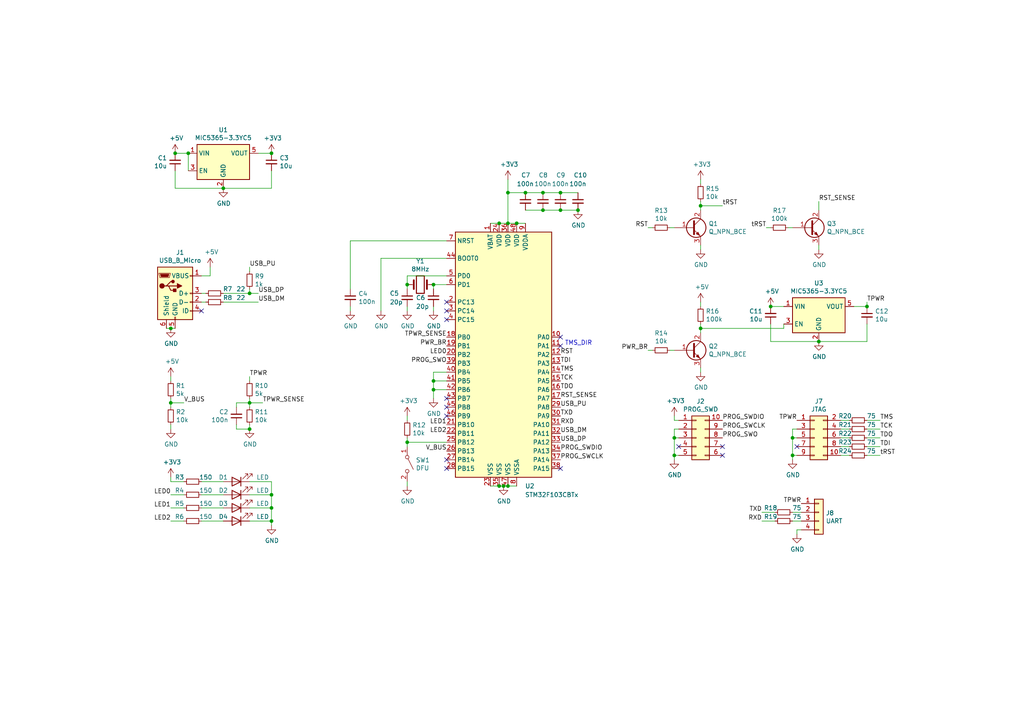
<source format=kicad_sch>
(kicad_sch (version 20211123) (generator eeschema)
  (paper "A4")
  (lib_symbols
    (symbol "Connector:USB_B_Micro" (pin_names (offset 1.016))
      (property "Reference" "J" (at -5.08 11.43 0))
      (property "Value" "USB_B_Micro" (at -5.08 8.89 0))
      (symbol "USB_B_Micro_0_1"
        (rectangle (start -5.08 -7.62) (end 5.08 7.62) (stroke (width 0.254)) (fill (type background)))
        (circle (center -3.81 2.159) (radius 0.635) (stroke (width 0.254)) (fill (type outline)))
        (circle (center -0.635 3.429) (radius 0.381) (stroke (width 0.254)) (fill (type outline)))
        (rectangle (start -0.127 -7.62) (end 0.127 -6.858))
        (polyline (pts (xy -1.905 2.159) (xy 0.635 2.159)) (stroke (width 0.254)))
        (polyline (pts (xy -3.175 2.159) (xy -2.54 2.159) (xy -1.27 3.429) (xy -0.635 3.429)) (stroke (width 0.254)))
        (polyline (pts (xy -2.54 2.159) (xy -1.905 2.159) (xy -1.27 0.889) (xy 0 0.889)) (stroke (width 0.254)))
        (polyline (pts (xy 0.635 2.794) (xy 0.635 1.524) (xy 1.905 2.159) (xy 0.635 2.794)) (stroke (width 0.254)) (fill (type outline)))
        (polyline (pts (xy -4.318 5.588) (xy -1.778 5.588) (xy -2.032 4.826) (xy -4.064 4.826) (xy -4.318 5.588)) (fill (type outline)))
        (polyline (pts (xy -4.699 5.842) (xy -4.699 5.588) (xy -4.445 4.826) (xy -4.445 4.572) (xy -1.651 4.572) (xy -1.651 4.826) (xy -1.397 5.588) (xy -1.397 5.842) (xy -4.699 5.842)))
        (rectangle (start 0.254 1.27) (end -0.508 0.508) (stroke (width 0.254)) (fill (type outline)))
        (rectangle (start 5.08 -5.207) (end 4.318 -4.953))
        (rectangle (start 5.08 -2.667) (end 4.318 -2.413))
        (rectangle (start 5.08 -0.127) (end 4.318 0.127))
        (rectangle (start 5.08 4.953) (end 4.318 5.207))
      )
      (symbol "USB_B_Micro_1_1"
        (pin power_out line (at 7.62 5.08 180) (length 2.54) (name "VBUS") (number "1"))
        (pin bidirectional line (at 7.62 -2.54 180) (length 2.54) (name "D-") (number "2"))
        (pin bidirectional line (at 7.62 0 180) (length 2.54) (name "D+") (number "3"))
        (pin passive line (at 7.62 -5.08 180) (length 2.54) (name "ID") (number "4"))
        (pin power_out line (at 0 -10.16 90) (length 2.54) (name "GND") (number "5"))
        (pin passive line (at -2.54 -10.16 90) (length 2.54) (name "Shield") (number "6"))
      )
    )
    (symbol "Connector_Generic:Conn_01x04" (pin_names (offset 1.016) hide)
      (property "Reference" "J" (at 0 5.08 0))
      (property "Value" "Conn_01x04" (at 0 -7.62 0))
      (symbol "Conn_01x04_1_1"
        (rectangle (start -1.27 -4.953) (end 0 -5.207) (stroke (width 0.1524)))
        (rectangle (start -1.27 -2.413) (end 0 -2.667) (stroke (width 0.1524)))
        (rectangle (start -1.27 0.127) (end 0 -0.127) (stroke (width 0.1524)))
        (rectangle (start -1.27 2.667) (end 0 2.413) (stroke (width 0.1524)))
        (rectangle (start -1.27 3.81) (end 1.27 -6.35) (stroke (width 0.254)) (fill (type background)))
        (pin passive line (at -5.08 2.54 0) (length 3.81) (name "Pin_1") (number "1"))
        (pin passive line (at -5.08 0 0) (length 3.81) (name "Pin_2") (number "2"))
        (pin passive line (at -5.08 -2.54 0) (length 3.81) (name "Pin_3") (number "3"))
        (pin passive line (at -5.08 -5.08 0) (length 3.81) (name "Pin_4") (number "4"))
      )
    )
    (symbol "Connector_Generic:Conn_02x05_Counter_Clockwise" (pin_names (offset 1.016) hide)
      (property "Reference" "J" (at 1.27 7.62 0))
      (property "Value" "Conn_02x05_Counter_Clockwise" (at 1.27 -7.62 0))
      (symbol "Conn_02x05_Counter_Clockwise_1_1"
        (rectangle (start -1.27 -4.953) (end 0 -5.207) (stroke (width 0.1524)))
        (rectangle (start -1.27 -2.413) (end 0 -2.667) (stroke (width 0.1524)))
        (rectangle (start -1.27 0.127) (end 0 -0.127) (stroke (width 0.1524)))
        (rectangle (start -1.27 2.667) (end 0 2.413) (stroke (width 0.1524)))
        (rectangle (start -1.27 5.207) (end 0 4.953) (stroke (width 0.1524)))
        (rectangle (start -1.27 6.35) (end 3.81 -6.35) (stroke (width 0.254)) (fill (type background)))
        (rectangle (start 3.81 -4.953) (end 2.54 -5.207) (stroke (width 0.1524)))
        (rectangle (start 3.81 -2.413) (end 2.54 -2.667) (stroke (width 0.1524)))
        (rectangle (start 3.81 0.127) (end 2.54 -0.127) (stroke (width 0.1524)))
        (rectangle (start 3.81 2.667) (end 2.54 2.413) (stroke (width 0.1524)))
        (rectangle (start 3.81 5.207) (end 2.54 4.953) (stroke (width 0.1524)))
        (pin passive line (at -5.08 5.08 0) (length 3.81) (name "Pin_1") (number "1"))
        (pin passive line (at 7.62 5.08 180) (length 3.81) (name "Pin_10") (number "10"))
        (pin passive line (at -5.08 2.54 0) (length 3.81) (name "Pin_2") (number "2"))
        (pin passive line (at -5.08 0 0) (length 3.81) (name "Pin_3") (number "3"))
        (pin passive line (at -5.08 -2.54 0) (length 3.81) (name "Pin_4") (number "4"))
        (pin passive line (at -5.08 -5.08 0) (length 3.81) (name "Pin_5") (number "5"))
        (pin passive line (at 7.62 -5.08 180) (length 3.81) (name "Pin_6") (number "6"))
        (pin passive line (at 7.62 -2.54 180) (length 3.81) (name "Pin_7") (number "7"))
        (pin passive line (at 7.62 0 180) (length 3.81) (name "Pin_8") (number "8"))
        (pin passive line (at 7.62 2.54 180) (length 3.81) (name "Pin_9") (number "9"))
      )
    )
    (symbol "Connector_Generic:Conn_02x05_Odd_Even" (pin_names (offset 1.016) hide)
      (property "Reference" "J" (at 1.27 7.62 0))
      (property "Value" "Conn_02x05_Odd_Even" (at 1.27 -7.62 0))
      (symbol "Conn_02x05_Odd_Even_1_1"
        (rectangle (start -1.27 -4.953) (end 0 -5.207) (stroke (width 0.1524)))
        (rectangle (start -1.27 -2.413) (end 0 -2.667) (stroke (width 0.1524)))
        (rectangle (start -1.27 0.127) (end 0 -0.127) (stroke (width 0.1524)))
        (rectangle (start -1.27 2.667) (end 0 2.413) (stroke (width 0.1524)))
        (rectangle (start -1.27 5.207) (end 0 4.953) (stroke (width 0.1524)))
        (rectangle (start -1.27 6.35) (end 3.81 -6.35) (stroke (width 0.254)) (fill (type background)))
        (rectangle (start 3.81 -4.953) (end 2.54 -5.207) (stroke (width 0.1524)))
        (rectangle (start 3.81 -2.413) (end 2.54 -2.667) (stroke (width 0.1524)))
        (rectangle (start 3.81 0.127) (end 2.54 -0.127) (stroke (width 0.1524)))
        (rectangle (start 3.81 2.667) (end 2.54 2.413) (stroke (width 0.1524)))
        (rectangle (start 3.81 5.207) (end 2.54 4.953) (stroke (width 0.1524)))
        (pin passive line (at -5.08 5.08 0) (length 3.81) (name "Pin_1") (number "1"))
        (pin passive line (at 7.62 -5.08 180) (length 3.81) (name "Pin_10") (number "10"))
        (pin passive line (at 7.62 5.08 180) (length 3.81) (name "Pin_2") (number "2"))
        (pin passive line (at -5.08 2.54 0) (length 3.81) (name "Pin_3") (number "3"))
        (pin passive line (at 7.62 2.54 180) (length 3.81) (name "Pin_4") (number "4"))
        (pin passive line (at -5.08 0 0) (length 3.81) (name "Pin_5") (number "5"))
        (pin passive line (at 7.62 0 180) (length 3.81) (name "Pin_6") (number "6"))
        (pin passive line (at -5.08 -2.54 0) (length 3.81) (name "Pin_7") (number "7"))
        (pin passive line (at 7.62 -2.54 180) (length 3.81) (name "Pin_8") (number "8"))
        (pin passive line (at -5.08 -5.08 0) (length 3.81) (name "Pin_9") (number "9"))
      )
    )
    (symbol "Device:C_Small" (pin_numbers hide) (pin_names (offset 0.254) hide)
      (property "Reference" "C" (at 0.254 1.778 0))
      (property "Value" "C_Small" (at 0.254 -2.032 0))
      (symbol "C_Small_0_1"
        (polyline (pts (xy -1.524 -0.508) (xy 1.524 -0.508)) (stroke (width 0.3302)))
        (polyline (pts (xy -1.524 0.508) (xy 1.524 0.508)) (stroke (width 0.3048)))
      )
      (symbol "C_Small_1_1"
        (pin passive line (at 0 2.54 270) (length 2.032) (name "~") (number "1"))
        (pin passive line (at 0 -2.54 90) (length 2.032) (name "~") (number "2"))
      )
    )
    (symbol "Device:Crystal" (pin_numbers hide) (pin_names (offset 1.016) hide)
      (property "Reference" "Y" (at 0 3.81 0))
      (property "Value" "Crystal" (at 0 -3.81 0))
      (symbol "Crystal_0_1"
        (rectangle (start -1.143 2.54) (end 1.143 -2.54) (stroke (width 0.3048)))
        (polyline (pts (xy -2.54 0) (xy -1.905 0)))
        (polyline (pts (xy -1.905 -1.27) (xy -1.905 1.27)) (stroke (width 0.508)))
        (polyline (pts (xy 1.905 -1.27) (xy 1.905 1.27)) (stroke (width 0.508)))
        (polyline (pts (xy 2.54 0) (xy 1.905 0)))
      )
      (symbol "Crystal_1_1"
        (pin passive line (at -3.81 0 0) (length 1.27) (name "1") (number "1"))
        (pin passive line (at 3.81 0 180) (length 1.27) (name "2") (number "2"))
      )
    )
    (symbol "Device:LED" (pin_numbers hide) (pin_names (offset 1.016) hide)
      (property "Reference" "D" (at 0 2.54 0))
      (property "Value" "LED" (at 0 -2.54 0))
      (symbol "LED_0_1"
        (polyline (pts (xy -1.27 -1.27) (xy -1.27 1.27)) (stroke (width 0.254)))
        (polyline (pts (xy -1.27 0) (xy 1.27 0)))
        (polyline (pts (xy 1.27 -1.27) (xy 1.27 1.27) (xy -1.27 0) (xy 1.27 -1.27)) (stroke (width 0.254)))
        (polyline (pts (xy -3.048 -0.762) (xy -4.572 -2.286) (xy -3.81 -2.286) (xy -4.572 -2.286) (xy -4.572 -1.524)))
        (polyline (pts (xy -1.778 -0.762) (xy -3.302 -2.286) (xy -2.54 -2.286) (xy -3.302 -2.286) (xy -3.302 -1.524)))
      )
      (symbol "LED_1_1"
        (pin passive line (at -3.81 0 0) (length 2.54) (name "K") (number "1"))
        (pin passive line (at 3.81 0 180) (length 2.54) (name "A") (number "2"))
      )
    )
    (symbol "Device:Q_NPN_BCE" (pin_names (offset 0) hide)
      (property "Reference" "Q" (at 5.08 1.27 0))
      (property "Value" "Q_NPN_BCE" (at 5.08 -1.27 0))
      (symbol "Q_NPN_BCE_0_1"
        (polyline (pts (xy 0.635 0.635) (xy 2.54 2.54)))
        (polyline (pts (xy 0.635 -0.635) (xy 2.54 -2.54) (xy 2.54 -2.54)))
        (polyline (pts (xy 0.635 1.905) (xy 0.635 -1.905) (xy 0.635 -1.905)) (stroke (width 0.508)))
        (polyline (pts (xy 1.27 -1.778) (xy 1.778 -1.27) (xy 2.286 -2.286) (xy 1.27 -1.778) (xy 1.27 -1.778)) (fill (type outline)))
        (circle (center 1.27 0) (radius 2.8194) (stroke (width 0.254)))
      )
      (symbol "Q_NPN_BCE_1_1"
        (pin input line (at -5.08 0 0) (length 5.715) (name "B") (number "1"))
        (pin passive line (at 2.54 5.08 270) (length 2.54) (name "C") (number "2"))
        (pin passive line (at 2.54 -5.08 90) (length 2.54) (name "E") (number "3"))
      )
    )
    (symbol "Device:R_Small" (pin_numbers hide) (pin_names (offset 0.254) hide)
      (property "Reference" "R" (at 0.762 0.508 0))
      (property "Value" "R_Small" (at 0.762 -1.016 0))
      (symbol "R_Small_0_1"
        (rectangle (start -0.762 1.778) (end 0.762 -1.778) (stroke (width 0.2032)))
      )
      (symbol "R_Small_1_1"
        (pin passive line (at 0 2.54 270) (length 0.762) (name "~") (number "1"))
        (pin passive line (at 0 -2.54 90) (length 0.762) (name "~") (number "2"))
      )
    )
    (symbol "MCU_ST_STM32F1:STM32F103CBTx"
      (property "Reference" "U" (at -15.24 36.83 0))
      (property "Value" "STM32F103CBTx" (at 7.62 36.83 0))
      (symbol "STM32F103CBTx_0_1"
        (rectangle (start -15.24 -35.56) (end 12.7 35.56) (stroke (width 0.254)) (fill (type background)))
      )
      (symbol "STM32F103CBTx_1_1"
        (pin power_in line (at -5.08 38.1 270) (length 2.54) (name "VBAT") (number "1"))
        (pin bidirectional line (at 15.24 5.08 180) (length 2.54) (name "PA0") (number "10"))
        (pin bidirectional line (at 15.24 2.54 180) (length 2.54) (name "PA1") (number "11"))
        (pin bidirectional line (at 15.24 0 180) (length 2.54) (name "PA2") (number "12"))
        (pin bidirectional line (at 15.24 -2.54 180) (length 2.54) (name "PA3") (number "13"))
        (pin bidirectional line (at 15.24 -5.08 180) (length 2.54) (name "PA4") (number "14"))
        (pin bidirectional line (at 15.24 -7.62 180) (length 2.54) (name "PA5") (number "15"))
        (pin bidirectional line (at 15.24 -10.16 180) (length 2.54) (name "PA6") (number "16"))
        (pin bidirectional line (at 15.24 -12.7 180) (length 2.54) (name "PA7") (number "17"))
        (pin bidirectional line (at -17.78 5.08 0) (length 2.54) (name "PB0") (number "18"))
        (pin bidirectional line (at -17.78 2.54 0) (length 2.54) (name "PB1") (number "19"))
        (pin bidirectional line (at -17.78 15.24 0) (length 2.54) (name "PC13") (number "2"))
        (pin bidirectional line (at -17.78 0 0) (length 2.54) (name "PB2") (number "20"))
        (pin bidirectional line (at -17.78 -20.32 0) (length 2.54) (name "PB10") (number "21"))
        (pin bidirectional line (at -17.78 -22.86 0) (length 2.54) (name "PB11") (number "22"))
        (pin power_in line (at -5.08 -38.1 90) (length 2.54) (name "VSS") (number "23"))
        (pin power_in line (at -2.54 38.1 270) (length 2.54) (name "VDD") (number "24"))
        (pin bidirectional line (at -17.78 -25.4 0) (length 2.54) (name "PB12") (number "25"))
        (pin bidirectional line (at -17.78 -27.94 0) (length 2.54) (name "PB13") (number "26"))
        (pin bidirectional line (at -17.78 -30.48 0) (length 2.54) (name "PB14") (number "27"))
        (pin bidirectional line (at -17.78 -33.02 0) (length 2.54) (name "PB15") (number "28"))
        (pin bidirectional line (at 15.24 -15.24 180) (length 2.54) (name "PA8") (number "29"))
        (pin bidirectional line (at -17.78 12.7 0) (length 2.54) (name "PC14") (number "3"))
        (pin bidirectional line (at 15.24 -17.78 180) (length 2.54) (name "PA9") (number "30"))
        (pin bidirectional line (at 15.24 -20.32 180) (length 2.54) (name "PA10") (number "31"))
        (pin bidirectional line (at 15.24 -22.86 180) (length 2.54) (name "PA11") (number "32"))
        (pin bidirectional line (at 15.24 -25.4 180) (length 2.54) (name "PA12") (number "33"))
        (pin bidirectional line (at 15.24 -27.94 180) (length 2.54) (name "PA13") (number "34"))
        (pin power_in line (at -2.54 -38.1 90) (length 2.54) (name "VSS") (number "35"))
        (pin power_in line (at 0 38.1 270) (length 2.54) (name "VDD") (number "36"))
        (pin bidirectional line (at 15.24 -30.48 180) (length 2.54) (name "PA14") (number "37"))
        (pin bidirectional line (at 15.24 -33.02 180) (length 2.54) (name "PA15") (number "38"))
        (pin bidirectional line (at -17.78 -2.54 0) (length 2.54) (name "PB3") (number "39"))
        (pin bidirectional line (at -17.78 10.16 0) (length 2.54) (name "PC15") (number "4"))
        (pin bidirectional line (at -17.78 -5.08 0) (length 2.54) (name "PB4") (number "40"))
        (pin bidirectional line (at -17.78 -7.62 0) (length 2.54) (name "PB5") (number "41"))
        (pin bidirectional line (at -17.78 -10.16 0) (length 2.54) (name "PB6") (number "42"))
        (pin bidirectional line (at -17.78 -12.7 0) (length 2.54) (name "PB7") (number "43"))
        (pin input line (at -17.78 27.94 0) (length 2.54) (name "BOOT0") (number "44"))
        (pin bidirectional line (at -17.78 -15.24 0) (length 2.54) (name "PB8") (number "45"))
        (pin bidirectional line (at -17.78 -17.78 0) (length 2.54) (name "PB9") (number "46"))
        (pin power_in line (at 0 -38.1 90) (length 2.54) (name "VSS") (number "47"))
        (pin power_in line (at 2.54 38.1 270) (length 2.54) (name "VDD") (number "48"))
        (pin input line (at -17.78 22.86 0) (length 2.54) (name "PD0") (number "5"))
        (pin input line (at -17.78 20.32 0) (length 2.54) (name "PD1") (number "6"))
        (pin input line (at -17.78 33.02 0) (length 2.54) (name "NRST") (number "7"))
        (pin power_in line (at 2.54 -38.1 90) (length 2.54) (name "VSSA") (number "8"))
        (pin power_in line (at 5.08 38.1 270) (length 2.54) (name "VDDA") (number "9"))
      )
    )
    (symbol "Regulator_Linear:MIC5365-3.3YC5"
      (property "Reference" "U" (at -6.35 6.35 0))
      (property "Value" "MIC5365-3.3YC5" (at 0 6.35 0))
      (symbol "MIC5365-3.3YC5_0_1"
        (rectangle (start -7.62 -5.08) (end 7.62 5.08) (stroke (width 0.254)) (fill (type background)))
      )
      (symbol "MIC5365-3.3YC5_1_1"
        (pin power_in line (at -10.16 2.54 0) (length 2.54) (name "VIN") (number "1"))
        (pin power_in line (at 0 -7.62 90) (length 2.54) (name "GND") (number "2"))
        (pin input line (at -10.16 -2.54 0) (length 2.54) (name "EN") (number "3"))
        (pin no_connect line (at 7.62 -2.54 180) (length 2.54) hide (name "NC") (number "4"))
        (pin power_out line (at 10.16 2.54 180) (length 2.54) (name "VOUT") (number "5"))
      )
    )
    (symbol "Switch:SW_SPST" (pin_names (offset 0) hide)
      (property "Reference" "SW" (at 0 3.175 0))
      (property "Value" "SW_SPST" (at 0 -2.54 0))
      (symbol "SW_SPST_0_0"
        (circle (center -2.032 0) (radius 0.508))
        (polyline (pts (xy -1.524 0.254) (xy 1.524 1.778)))
        (circle (center 2.032 0) (radius 0.508))
      )
      (symbol "SW_SPST_1_1"
        (pin passive line (at -5.08 0 0) (length 2.54) (name "A") (number "1"))
        (pin passive line (at 5.08 0 180) (length 2.54) (name "B") (number "2"))
      )
    )
    (symbol "power:+3V3" (power) (pin_names (offset 0))
      (property "Value" "+3V3" (at 0 3.556 0))
      (symbol "+3V3_0_1"
        (polyline (pts (xy -0.762 1.27) (xy 0 2.54)))
        (polyline (pts (xy 0 0) (xy 0 2.54)))
        (polyline (pts (xy 0 2.54) (xy 0.762 1.27)))
      )
      (symbol "+3V3_1_1"
        (pin power_in line (at 0 0 90) (length 0) hide (name "+3V3") (number "1"))
      )
    )
    (symbol "power:+5V" (power) (pin_names (offset 0))
      (property "Value" "+5V" (at 0 3.556 0))
      (symbol "+5V_0_1"
        (polyline (pts (xy -0.762 1.27) (xy 0 2.54)))
        (polyline (pts (xy 0 0) (xy 0 2.54)))
        (polyline (pts (xy 0 2.54) (xy 0.762 1.27)))
      )
      (symbol "+5V_1_1"
        (pin power_in line (at 0 0 90) (length 0) hide (name "+5V") (number "1"))
      )
    )
    (symbol "power:GND" (power) (pin_names (offset 0))
      (property "Value" "GND" (at 0 -3.81 0))
      (symbol "GND_0_1"
        (polyline (pts (xy 0 0) (xy 0 -1.27) (xy 1.27 -1.27) (xy 0 -2.54) (xy -1.27 -1.27) (xy 0 -1.27)))
      )
      (symbol "GND_1_1"
        (pin power_in line (at 0 0 270) (length 0) hide (name "GND") (number "1"))
      )
    )
  )
  (junction (at 146.05 140.97))
  (junction (at 157.48 55.88))
  (junction (at 203.2 59.69))
  (junction (at 229.87 132.08))
  (junction (at 78.74 147.32))
  (junction (at 223.52 88.9))
  (junction (at 251.46 88.9))
  (junction (at 49.53 95.25))
  (junction (at 195.58 127))
  (junction (at 78.74 143.51))
  (junction (at 147.32 140.97))
  (junction (at 50.8 44.45))
  (junction (at 72.39 124.46))
  (junction (at 125.73 82.55))
  (junction (at 144.78 140.97))
  (junction (at 144.78 64.77))
  (junction (at 237.49 99.06))
  (junction (at 72.39 85.09))
  (junction (at 125.73 113.03))
  (junction (at 64.77 54.61))
  (junction (at 49.53 116.84))
  (junction (at 149.86 64.77))
  (junction (at 118.11 82.55))
  (junction (at 78.74 151.13))
  (junction (at 167.64 60.96))
  (junction (at 78.74 44.45))
  (junction (at 147.32 55.88))
  (junction (at 147.32 64.77))
  (junction (at 125.73 110.49))
  (junction (at 229.87 127))
  (junction (at 54.61 44.45))
  (junction (at 162.56 60.96))
  (junction (at 72.39 116.84))
  (junction (at 157.48 60.96))
  (junction (at 162.56 55.88))
  (junction (at 203.2 95.25))
  (junction (at 118.11 128.27))
  (junction (at 152.4 55.88))
  (junction (at 195.58 132.08))
  (no_connect (at 129.54 118.11))
  (no_connect (at 129.54 133.35))
  (no_connect (at 129.54 115.57))
  (no_connect (at 196.85 129.54))
  (no_connect (at 209.55 129.54))
  (no_connect (at 162.56 135.89))
  (no_connect (at 129.54 90.17))
  (no_connect (at 129.54 135.89))
  (no_connect (at 209.55 132.08))
  (no_connect (at 58.42 90.17))
  (no_connect (at 129.54 87.63))
  (no_connect (at 129.54 92.71))
  (no_connect (at 162.56 100.33))
  (no_connect (at 231.14 129.54))
  (no_connect (at 162.56 97.79))
  (no_connect (at 129.54 120.65))
  (wire (pts (xy 48.26 95.25) (xy 49.53 95.25)))
  (wire (pts (xy 125.73 110.49) (xy 125.73 107.95)))
  (wire (pts (xy 243.84 121.92) (xy 246.38 121.92)))
  (wire (pts (xy 58.42 151.13) (xy 64.77 151.13)))
  (wire (pts (xy 68.58 118.11) (xy 68.58 116.84)))
  (wire (pts (xy 231.14 127) (xy 229.87 127)))
  (wire (pts (xy 129.54 74.93) (xy 110.49 74.93)))
  (wire (pts (xy 78.74 143.51) (xy 78.74 147.32)))
  (wire (pts (xy 78.74 152.4) (xy 78.74 151.13)))
  (wire (pts (xy 229.87 132.08) (xy 229.87 127)))
  (wire (pts (xy 72.39 147.32) (xy 78.74 147.32)))
  (wire (pts (xy 72.39 109.22) (xy 72.39 110.49)))
  (wire (pts (xy 144.78 64.77) (xy 142.24 64.77)))
  (wire (pts (xy 251.46 87.63) (xy 251.46 88.9)))
  (wire (pts (xy 58.42 85.09) (xy 59.69 85.09)))
  (wire (pts (xy 194.31 66.04) (xy 195.58 66.04)))
  (wire (pts (xy 228.6 66.04) (xy 229.87 66.04)))
  (wire (pts (xy 72.39 116.84) (xy 76.2 116.84)))
  (wire (pts (xy 203.2 95.25) (xy 203.2 96.52)))
  (wire (pts (xy 125.73 113.03) (xy 125.73 110.49)))
  (wire (pts (xy 247.65 88.9) (xy 251.46 88.9)))
  (wire (pts (xy 152.4 60.96) (xy 157.48 60.96)))
  (wire (pts (xy 49.53 109.22) (xy 49.53 110.49)))
  (wire (pts (xy 72.39 139.7) (xy 78.74 139.7)))
  (wire (pts (xy 237.49 58.42) (xy 237.49 60.96)))
  (wire (pts (xy 255.27 121.92) (xy 251.46 121.92)))
  (wire (pts (xy 58.42 87.63) (xy 59.69 87.63)))
  (wire (pts (xy 203.2 59.69) (xy 203.2 60.96)))
  (wire (pts (xy 68.58 123.19) (xy 68.58 124.46)))
  (wire (pts (xy 147.32 55.88) (xy 152.4 55.88)))
  (wire (pts (xy 78.74 147.32) (xy 78.74 151.13)))
  (wire (pts (xy 125.73 107.95) (xy 129.54 107.95)))
  (wire (pts (xy 246.38 127) (xy 243.84 127)))
  (wire (pts (xy 203.2 52.07) (xy 203.2 53.34)))
  (wire (pts (xy 231.14 154.94) (xy 231.14 153.67)))
  (wire (pts (xy 49.53 139.7) (xy 53.34 139.7)))
  (wire (pts (xy 110.49 74.93) (xy 110.49 90.17)))
  (wire (pts (xy 231.14 132.08) (xy 229.87 132.08)))
  (wire (pts (xy 224.79 151.13) (xy 220.98 151.13)))
  (wire (pts (xy 58.42 80.01) (xy 60.96 80.01)))
  (wire (pts (xy 49.53 138.43) (xy 49.53 139.7)))
  (wire (pts (xy 157.48 60.96) (xy 162.56 60.96)))
  (wire (pts (xy 149.86 140.97) (xy 147.32 140.97)))
  (wire (pts (xy 125.73 83.82) (xy 125.73 82.55)))
  (wire (pts (xy 223.52 93.98) (xy 223.52 99.06)))
  (wire (pts (xy 129.54 80.01) (xy 118.11 80.01)))
  (wire (pts (xy 187.96 101.6) (xy 189.23 101.6)))
  (wire (pts (xy 157.48 55.88) (xy 162.56 55.88)))
  (wire (pts (xy 125.73 115.57) (xy 125.73 113.03)))
  (wire (pts (xy 49.53 143.51) (xy 53.34 143.51)))
  (wire (pts (xy 125.73 88.9) (xy 125.73 90.17)))
  (wire (pts (xy 58.42 143.51) (xy 64.77 143.51)))
  (wire (pts (xy 74.93 44.45) (xy 78.74 44.45)))
  (wire (pts (xy 64.77 87.63) (xy 74.93 87.63)))
  (wire (pts (xy 251.46 132.08) (xy 255.27 132.08)))
  (wire (pts (xy 72.39 115.57) (xy 72.39 116.84)))
  (wire (pts (xy 49.53 95.25) (xy 50.8 95.25)))
  (wire (pts (xy 251.46 124.46) (xy 255.27 124.46)))
  (wire (pts (xy 147.32 64.77) (xy 144.78 64.77)))
  (wire (pts (xy 152.4 55.88) (xy 157.48 55.88)))
  (wire (pts (xy 229.87 151.13) (xy 232.41 151.13)))
  (wire (pts (xy 101.6 69.85) (xy 129.54 69.85)))
  (wire (pts (xy 146.05 140.97) (xy 144.78 140.97)))
  (wire (pts (xy 49.53 116.84) (xy 53.34 116.84)))
  (wire (pts (xy 203.2 72.39) (xy 203.2 71.12)))
  (wire (pts (xy 194.31 101.6) (xy 195.58 101.6)))
  (wire (pts (xy 227.33 95.25) (xy 203.2 95.25)))
  (wire (pts (xy 147.32 52.07) (xy 147.32 55.88)))
  (wire (pts (xy 53.34 147.32) (xy 49.53 147.32)))
  (wire (pts (xy 162.56 55.88) (xy 167.64 55.88)))
  (wire (pts (xy 72.39 124.46) (xy 72.39 123.19)))
  (wire (pts (xy 54.61 49.53) (xy 54.61 44.45)))
  (wire (pts (xy 72.39 143.51) (xy 78.74 143.51)))
  (wire (pts (xy 237.49 72.39) (xy 237.49 71.12)))
  (wire (pts (xy 203.2 58.42) (xy 203.2 59.69)))
  (wire (pts (xy 64.77 139.7) (xy 58.42 139.7)))
  (wire (pts (xy 129.54 110.49) (xy 125.73 110.49)))
  (wire (pts (xy 220.98 148.59) (xy 224.79 148.59)))
  (wire (pts (xy 195.58 132.08) (xy 195.58 127)))
  (wire (pts (xy 162.56 60.96) (xy 167.64 60.96)))
  (wire (pts (xy 78.74 54.61) (xy 78.74 49.53)))
  (wire (pts (xy 101.6 88.9) (xy 101.6 90.17)))
  (wire (pts (xy 195.58 127) (xy 195.58 124.46)))
  (wire (pts (xy 195.58 121.92) (xy 196.85 121.92)))
  (wire (pts (xy 237.49 99.06) (xy 251.46 99.06)))
  (wire (pts (xy 68.58 124.46) (xy 72.39 124.46)))
  (wire (pts (xy 49.53 115.57) (xy 49.53 116.84)))
  (wire (pts (xy 118.11 83.82) (xy 118.11 82.55)))
  (wire (pts (xy 49.53 116.84) (xy 49.53 118.11)))
  (wire (pts (xy 195.58 124.46) (xy 196.85 124.46)))
  (wire (pts (xy 251.46 127) (xy 255.27 127)))
  (wire (pts (xy 101.6 83.82) (xy 101.6 69.85)))
  (wire (pts (xy 72.39 85.09) (xy 72.39 83.82)))
  (wire (pts (xy 49.53 124.46) (xy 49.53 123.19)))
  (wire (pts (xy 50.8 54.61) (xy 64.77 54.61)))
  (wire (pts (xy 72.39 85.09) (xy 74.93 85.09)))
  (wire (pts (xy 118.11 140.97) (xy 118.11 139.7)))
  (wire (pts (xy 68.58 116.84) (xy 72.39 116.84)))
  (wire (pts (xy 196.85 127) (xy 195.58 127)))
  (wire (pts (xy 223.52 99.06) (xy 237.49 99.06)))
  (wire (pts (xy 203.2 107.95) (xy 203.2 106.68)))
  (wire (pts (xy 49.53 151.13) (xy 53.34 151.13)))
  (wire (pts (xy 72.39 77.47) (xy 72.39 78.74)))
  (wire (pts (xy 195.58 120.65) (xy 195.58 121.92)))
  (wire (pts (xy 78.74 139.7) (xy 78.74 143.51)))
  (wire (pts (xy 203.2 59.69) (xy 209.55 59.69)))
  (wire (pts (xy 147.32 64.77) (xy 147.32 55.88)))
  (wire (pts (xy 229.87 124.46) (xy 231.14 124.46)))
  (wire (pts (xy 50.8 49.53) (xy 50.8 54.61)))
  (wire (pts (xy 229.87 127) (xy 229.87 124.46)))
  (wire (pts (xy 129.54 128.27) (xy 118.11 128.27)))
  (wire (pts (xy 152.4 64.77) (xy 149.86 64.77)))
  (wire (pts (xy 231.14 153.67) (xy 232.41 153.67)))
  (wire (pts (xy 129.54 113.03) (xy 125.73 113.03)))
  (wire (pts (xy 118.11 80.01) (xy 118.11 82.55)))
  (wire (pts (xy 60.96 80.01) (xy 60.96 77.47)))
  (wire (pts (xy 72.39 116.84) (xy 72.39 118.11)))
  (wire (pts (xy 243.84 129.54) (xy 246.38 129.54)))
  (wire (pts (xy 246.38 132.08) (xy 243.84 132.08)))
  (wire (pts (xy 195.58 133.35) (xy 195.58 132.08)))
  (wire (pts (xy 222.25 66.04) (xy 223.52 66.04)))
  (wire (pts (xy 223.52 88.9) (xy 227.33 88.9)))
  (wire (pts (xy 64.77 85.09) (xy 72.39 85.09)))
  (wire (pts (xy 64.77 54.61) (xy 78.74 54.61)))
  (wire (pts (xy 118.11 88.9) (xy 118.11 90.17)))
  (wire (pts (xy 118.11 120.65) (xy 118.11 121.92)))
  (wire (pts (xy 118.11 128.27) (xy 118.11 127)))
  (wire (pts (xy 243.84 124.46) (xy 246.38 124.46)))
  (wire (pts (xy 50.8 44.45) (xy 54.61 44.45)))
  (wire (pts (xy 118.11 129.54) (xy 118.11 128.27)))
  (wire (pts (xy 129.54 82.55) (xy 125.73 82.55)))
  (wire (pts (xy 251.46 99.06) (xy 251.46 93.98)))
  (wire (pts (xy 58.42 147.32) (xy 64.77 147.32)))
  (wire (pts (xy 203.2 87.63) (xy 203.2 88.9)))
  (wire (pts (xy 203.2 93.98) (xy 203.2 95.25)))
  (wire (pts (xy 227.33 93.98) (xy 227.33 95.25)))
  (wire (pts (xy 144.78 140.97) (xy 142.24 140.97)))
  (wire (pts (xy 187.96 66.04) (xy 189.23 66.04)))
  (wire (pts (xy 251.46 129.54) (xy 255.27 129.54)))
  (wire (pts (xy 147.32 140.97) (xy 146.05 140.97)))
  (wire (pts (xy 196.85 132.08) (xy 195.58 132.08)))
  (wire (pts (xy 78.74 151.13) (xy 72.39 151.13)))
  (wire (pts (xy 149.86 64.77) (xy 147.32 64.77)))
  (wire (pts (xy 229.87 133.35) (xy 229.87 132.08)))
  (wire (pts (xy 229.87 148.59) (xy 232.41 148.59)))
  (text "TMS_DIR" (at 163.83 100.33 0) (effects (font (size 1.27 1.27)) (justify left bottom)))
  (label "USB_DM" (at 74.93 87.63 0))
  (label "tRST" (at 255.27 132.08 0))
  (label "tRST" (at 209.55 59.69 0))
  (label "TXD" (at 220.98 148.59 180))
  (label "TPWR" (at 72.39 109.22 0))
  (label "RXD" (at 162.56 123.19 0))
  (label "TPWR" (at 232.41 146.05 180))
  (label "LED2" (at 129.54 125.73 180))
  (label "PROG_SWCLK" (at 162.56 133.35 0))
  (label "USB_DP" (at 162.56 128.27 0))
  (label "LED1" (at 129.54 123.19 180))
  (label "TMS" (at 162.56 107.95 0))
  (label "tRST" (at 222.25 66.04 180))
  (label "PWR_BR" (at 129.54 100.33 180))
  (label "TPWR" (at 231.14 121.92 180))
  (label "PROG_SWO" (at 209.55 127 0))
  (label "USB_PU" (at 72.39 77.47 0))
  (label "TDI" (at 162.56 105.41 0))
  (label "RST_SENSE" (at 162.56 115.57 0))
  (label "TDO" (at 255.27 127 0))
  (label "RXD" (at 220.98 151.13 180))
  (label "LED1" (at 49.53 147.32 180))
  (label "RST" (at 187.96 66.04 180))
  (label "PROG_SWDIO" (at 162.56 130.81 0))
  (label "TPWR_SENSE" (at 76.2 116.84 0))
  (label "LED2" (at 49.53 151.13 180))
  (label "TPWR" (at 251.46 87.63 0))
  (label "PROG_SWCLK" (at 209.55 124.46 0))
  (label "V_BUS" (at 129.54 130.81 180))
  (label "RST_SENSE" (at 237.49 58.42 0))
  (label "TPWR_SENSE" (at 129.54 97.79 180))
  (label "TMS" (at 255.27 121.92 0))
  (label "RST" (at 162.56 102.87 0))
  (label "TCK" (at 162.56 110.49 0))
  (label "V_BUS" (at 53.34 116.84 0))
  (label "USB_DP" (at 74.93 85.09 0))
  (label "LED0" (at 129.54 102.87 180))
  (label "USB_DM" (at 162.56 125.73 0))
  (label "TXD" (at 162.56 120.65 0))
  (label "USB_PU" (at 162.56 118.11 0))
  (label "TDO" (at 162.56 113.03 0))
  (label "PROG_SWO" (at 129.54 105.41 180))
  (label "PWR_BR" (at 187.96 101.6 180))
  (label "LED0" (at 49.53 143.51 180))
  (label "TDI" (at 255.27 129.54 0))
  (label "TCK" (at 255.27 124.46 0))
  (label "PROG_SWDIO" (at 209.55 121.92 0))
  (symbol (lib_id "Regulator_Linear:MIC5365-3.3YC5") (at 64.77 46.99 0) (unit 1)
    (property "Reference" "U1" (at 64.77 37.6682 0))
    (property "Value" "MIC5365-3.3YC5" (at 64.77 39.9796 0))
    (property "Footprint" "Package_TO_SOT_SMD:SOT-353_SC-70-5" (effects hide))
    (property "Datasheet" "http://ww1.microchip.com/downloads/en/DeviceDoc/mic5365.pdf" (effects hide))
  )
  (symbol (lib_id "MCU_ST_STM32F1:STM32F103CBTx") (at 147.32 102.87 0) (unit 1)
    (property "Reference" "U2" (at 153.67 140.97 0))
    (property "Value" "STM32F103CBTx" (at 160.02 143.51 0))
    (property "Footprint" "Package_QFP:LQFP-48_7x7mm_P0.5mm" (effects hide))
    (property "Datasheet" "http://www.st.com/st-web-ui/static/active/en/resource/technical/document/datasheet/CD00161566.pdf" (effects hide))
  )
  (symbol (lib_id "power:GND") (at 146.05 140.97 0) (unit 1)
    (property "Reference" "#PWR0101" (effects hide))
    (property "Value" "GND" (at 146.177 145.3642 0))
  )
  (symbol (lib_id "Device:C_Small") (at 152.4 58.42 0) (unit 1)
    (property "Reference" "C7" (at 151.13 50.8 0) (effects (justify left)))
    (property "Value" "100n" (at 149.86 53.34 0) (effects (justify left)))
    (property "Footprint" "Capacitor_SMD:C_0603_1608Metric" (effects hide))
  )
  (symbol (lib_id "Device:C_Small") (at 157.48 58.42 0) (unit 1)
    (property "Reference" "C8" (at 156.21 50.8 0) (effects (justify left)))
    (property "Value" "100n" (at 154.94 53.34 0) (effects (justify left)))
    (property "Footprint" "Capacitor_SMD:C_0603_1608Metric" (effects hide))
  )
  (symbol (lib_id "Device:C_Small") (at 162.56 58.42 0) (unit 1)
    (property "Reference" "C9" (at 161.29 50.8 0) (effects (justify left)))
    (property "Value" "100n" (at 160.02 53.34 0) (effects (justify left)))
    (property "Footprint" "Capacitor_SMD:C_0603_1608Metric" (effects hide))
  )
  (symbol (lib_id "Device:C_Small") (at 167.64 58.42 0) (unit 1)
    (property "Reference" "C10" (at 166.37 50.8 0) (effects (justify left)))
    (property "Value" "100n" (at 165.1 53.34 0) (effects (justify left)))
    (property "Footprint" "Capacitor_SMD:C_0603_1608Metric" (effects hide))
  )
  (symbol (lib_id "power:GND") (at 167.64 60.96 0) (unit 1)
    (property "Reference" "#PWR0102" (effects hide))
    (property "Value" "GND" (at 167.767 65.3542 0))
  )
  (symbol (lib_id "power:+3V3") (at 147.32 52.07 0) (unit 1)
    (property "Reference" "#PWR0103" (effects hide))
    (property "Value" "+3V3" (at 147.701 47.6758 0))
  )
  (symbol (lib_id "Device:Crystal") (at 121.92 82.55 0) (unit 1)
    (property "Reference" "Y1" (at 121.92 75.7428 0))
    (property "Value" "8MHz" (at 121.92 78.0542 0))
    (property "Footprint" "Crystal:Crystal_HC49-U_Vertical" (effects hide))
  )
  (symbol (lib_id "Device:C_Small") (at 125.73 86.36 0) (unit 1)
    (property "Reference" "C6" (at 120.65 86.36 0) (effects (justify left)))
    (property "Value" "20p" (at 120.65 88.9 0) (effects (justify left)))
    (property "Footprint" "Capacitor_SMD:C_0603_1608Metric" (effects hide))
  )
  (symbol (lib_id "Device:C_Small") (at 118.11 86.36 0) (unit 1)
    (property "Reference" "C5" (at 113.03 85.09 0) (effects (justify left)))
    (property "Value" "20p" (at 113.03 87.63 0) (effects (justify left)))
    (property "Footprint" "Capacitor_SMD:C_0603_1608Metric" (effects hide))
  )
  (symbol (lib_id "power:GND") (at 118.11 90.17 0) (unit 1)
    (property "Reference" "#PWR0113" (effects hide))
    (property "Value" "GND" (at 118.237 94.5642 0))
  )
  (symbol (lib_id "power:GND") (at 125.73 90.17 0) (unit 1)
    (property "Reference" "#PWR0114" (effects hide))
    (property "Value" "GND" (at 125.857 94.5642 0))
  )
  (symbol (lib_id "Device:C_Small") (at 101.6 86.36 0) (unit 1)
    (property "Reference" "C4" (at 103.9368 85.1916 0) (effects (justify left)))
    (property "Value" "100n" (at 103.9368 87.503 0) (effects (justify left)))
    (property "Footprint" "Capacitor_SMD:C_0603_1608Metric" (effects hide))
  )
  (symbol (lib_id "power:GND") (at 110.49 90.17 0) (unit 1)
    (property "Reference" "#PWR0112" (effects hide))
    (property "Value" "GND" (at 110.617 94.5642 0))
  )
  (symbol (lib_id "power:GND") (at 101.6 90.17 0) (unit 1)
    (property "Reference" "#PWR0111" (effects hide))
    (property "Value" "GND" (at 101.727 94.5642 0))
  )
  (symbol (lib_id "Connector:USB_B_Micro") (at 50.8 85.09 0) (unit 1)
    (property "Reference" "J1" (at 52.2478 73.2282 0))
    (property "Value" "USB_B_Micro" (at 52.2478 75.5396 0))
    (property "Footprint" "Connector_USB:USB_Micro-B_Amphenol_10103594-0001LF_Horizontal" (effects hide))
  )
  (symbol (lib_id "power:+5V") (at 60.96 77.47 0) (unit 1)
    (property "Reference" "#PWR0104" (effects hide))
    (property "Value" "+5V" (at 61.341 73.0758 0))
  )
  (symbol (lib_id "power:GND") (at 49.53 95.25 0) (unit 1)
    (property "Reference" "#PWR0105" (effects hide))
    (property "Value" "GND" (at 49.657 99.6442 0))
  )
  (symbol (lib_id "Device:R_Small") (at 62.23 85.09 270) (unit 1)
    (property "Reference" "R7" (at 66.04 83.82 90))
    (property "Value" "22" (at 69.85 83.82 90))
    (property "Footprint" "Resistor_SMD:R_0603_1608Metric" (effects hide))
  )
  (symbol (lib_id "Device:R_Small") (at 62.23 87.63 270) (unit 1)
    (property "Reference" "R8" (at 66.04 86.36 90))
    (property "Value" "22" (at 69.85 86.36 90))
    (property "Footprint" "Resistor_SMD:R_0603_1608Metric" (effects hide))
  )
  (symbol (lib_id "Device:R_Small") (at 72.39 81.28 180) (unit 1)
    (property "Reference" "R9" (at 73.8886 80.1116 0) (effects (justify right)))
    (property "Value" "1k" (at 73.8886 82.423 0) (effects (justify right)))
    (property "Footprint" "Resistor_SMD:R_0603_1608Metric" (effects hide))
  )
  (symbol (lib_id "Device:R_Small") (at 49.53 113.03 0) (unit 1)
    (property "Reference" "R1" (at 51.0286 111.8616 0) (effects (justify left)))
    (property "Value" "5k" (at 51.0286 114.173 0) (effects (justify left)))
    (property "Footprint" "Resistor_SMD:R_0603_1608Metric" (effects hide))
  )
  (symbol (lib_id "Device:R_Small") (at 49.53 120.65 0) (unit 1)
    (property "Reference" "R2" (at 51.0286 119.4816 0) (effects (justify left)))
    (property "Value" "10k" (at 51.0286 121.793 0) (effects (justify left)))
    (property "Footprint" "Resistor_SMD:R_0603_1608Metric" (effects hide))
  )
  (symbol (lib_id "power:+5V") (at 49.53 109.22 0) (unit 1)
    (property "Reference" "#PWR0106" (effects hide))
    (property "Value" "+5V" (at 49.911 104.8258 0))
  )
  (symbol (lib_id "power:GND") (at 49.53 124.46 0) (unit 1)
    (property "Reference" "#PWR0107" (effects hide))
    (property "Value" "GND" (at 49.657 128.8542 0))
  )
  (symbol (lib_id "Device:R_Small") (at 72.39 113.03 0) (unit 1)
    (property "Reference" "R10" (at 73.8886 111.8616 0) (effects (justify left)))
    (property "Value" "5k" (at 73.8886 114.173 0) (effects (justify left)))
    (property "Footprint" "Resistor_SMD:R_0603_1608Metric" (effects hide))
  )
  (symbol (lib_id "Device:R_Small") (at 72.39 120.65 0) (unit 1)
    (property "Reference" "R11" (at 73.8886 119.4816 0) (effects (justify left)))
    (property "Value" "10k" (at 73.8886 121.793 0) (effects (justify left)))
    (property "Footprint" "Resistor_SMD:R_0603_1608Metric" (effects hide))
  )
  (symbol (lib_id "power:GND") (at 72.39 124.46 0) (unit 1)
    (property "Reference" "#PWR0110" (effects hide))
    (property "Value" "GND" (at 72.517 128.8542 0))
  )
  (symbol (lib_id "Device:C_Small") (at 68.58 120.65 0) (mirror x) (unit 1)
    (property "Reference" "C2" (at 66.2432 119.4816 0) (effects (justify right)))
    (property "Value" "100n" (at 66.2432 121.793 0) (effects (justify right)))
    (property "Footprint" "Capacitor_SMD:C_0603_1608Metric" (effects hide))
  )
  (symbol (lib_id "power:GND") (at 125.73 115.57 0) (unit 1)
    (property "Reference" "#PWR0115" (effects hide))
    (property "Value" "GND" (at 125.857 119.9642 0))
  )
  (symbol (lib_id "Switch:SW_SPST") (at 118.11 134.62 270) (unit 1)
    (property "Reference" "SW1" (at 120.5992 133.4516 90) (effects (justify left)))
    (property "Value" "DFU" (at 120.5992 135.763 90) (effects (justify left)))
    (property "Footprint" "Button_Switch_SMD:SW_SPST_CK_KXT3" (effects hide))
  )
  (symbol (lib_id "Device:R_Small") (at 118.11 124.46 0) (unit 1)
    (property "Reference" "R12" (at 119.6086 123.2916 0) (effects (justify left)))
    (property "Value" "10k" (at 119.6086 125.603 0) (effects (justify left)))
    (property "Footprint" "Resistor_SMD:R_0603_1608Metric" (effects hide))
  )
  (symbol (lib_id "power:+3V3") (at 118.11 120.65 0) (unit 1)
    (property "Reference" "#PWR0116" (effects hide))
    (property "Value" "+3V3" (at 118.491 116.2558 0))
  )
  (symbol (lib_id "power:GND") (at 118.11 140.97 0) (unit 1)
    (property "Reference" "#PWR0117" (effects hide))
    (property "Value" "GND" (at 118.237 145.3642 0))
  )
  (symbol (lib_id "Device:C_Small") (at 78.74 46.99 0) (unit 1)
    (property "Reference" "C3" (at 81.0768 45.8216 0) (effects (justify left)))
    (property "Value" "10u" (at 81.0768 48.133 0) (effects (justify left)))
    (property "Footprint" "Capacitor_SMD:C_0805_2012Metric" (effects hide))
  )
  (symbol (lib_id "Device:C_Small") (at 50.8 46.99 0) (mirror x) (unit 1)
    (property "Reference" "C1" (at 48.4632 45.8216 0) (effects (justify right)))
    (property "Value" "10u" (at 48.4632 48.133 0) (effects (justify right)))
    (property "Footprint" "Capacitor_SMD:C_0805_2012Metric" (effects hide))
  )
  (symbol (lib_id "power:+5V") (at 50.8 44.45 0) (unit 1)
    (property "Reference" "#PWR0118" (effects hide))
    (property "Value" "+5V" (at 51.181 40.0558 0))
  )
  (symbol (lib_id "power:+3V3") (at 78.74 44.45 0) (unit 1)
    (property "Reference" "#PWR0119" (effects hide))
    (property "Value" "+3V3" (at 79.121 40.0558 0))
  )
  (symbol (lib_id "power:GND") (at 64.77 54.61 0) (unit 1)
    (property "Reference" "#PWR0120" (effects hide))
    (property "Value" "GND" (at 64.897 59.0042 0))
  )
  (symbol (lib_id "Device:LED") (at 68.58 139.7 180) (unit 1)
    (property "Reference" "D1" (at 64.77 138.43 0))
    (property "Value" "LED" (at 76.2 138.43 0))
    (property "Footprint" "LED_SMD:LED_0603_1608Metric" (effects hide))
  )
  (symbol (lib_id "Device:LED") (at 68.58 143.51 180) (unit 1)
    (property "Reference" "D2" (at 64.77 142.24 0))
    (property "Value" "LED" (at 76.2 142.24 0))
    (property "Footprint" "LED_SMD:LED_0603_1608Metric" (effects hide))
  )
  (symbol (lib_id "Device:LED") (at 68.58 147.32 180) (unit 1)
    (property "Reference" "D3" (at 64.77 146.05 0))
    (property "Value" "LED" (at 76.2 146.05 0))
    (property "Footprint" "LED_SMD:LED_0603_1608Metric" (effects hide))
  )
  (symbol (lib_id "Device:LED") (at 68.58 151.13 180) (unit 1)
    (property "Reference" "D4" (at 64.77 149.86 0))
    (property "Value" "LED" (at 76.2 149.86 0))
    (property "Footprint" "LED_SMD:LED_0603_1608Metric" (effects hide))
  )
  (symbol (lib_id "Device:R_Small") (at 55.88 139.7 270) (unit 1)
    (property "Reference" "R3" (at 52.07 138.43 90))
    (property "Value" "150" (at 59.69 138.43 90))
    (property "Footprint" "Resistor_SMD:R_0603_1608Metric" (effects hide))
  )
  (symbol (lib_id "Device:R_Small") (at 55.88 143.51 270) (unit 1)
    (property "Reference" "R4" (at 52.07 142.24 90))
    (property "Value" "150" (at 59.69 142.24 90))
    (property "Footprint" "Resistor_SMD:R_0603_1608Metric" (effects hide))
  )
  (symbol (lib_id "Device:R_Small") (at 55.88 147.32 270) (unit 1)
    (property "Reference" "R5" (at 52.07 146.05 90))
    (property "Value" "150" (at 59.69 146.05 90))
    (property "Footprint" "Resistor_SMD:R_0603_1608Metric" (effects hide))
  )
  (symbol (lib_id "Device:R_Small") (at 55.88 151.13 270) (unit 1)
    (property "Reference" "R6" (at 52.07 149.86 90))
    (property "Value" "150" (at 59.69 149.86 90))
    (property "Footprint" "Resistor_SMD:R_0603_1608Metric" (effects hide))
  )
  (symbol (lib_id "power:GND") (at 78.74 152.4 0) (unit 1)
    (property "Reference" "#PWR0121" (effects hide))
    (property "Value" "GND" (at 78.867 156.7942 0))
  )
  (symbol (lib_id "power:+3V3") (at 49.53 138.43 0) (unit 1)
    (property "Reference" "#PWR0122" (effects hide))
    (property "Value" "+3V3" (at 49.911 134.0358 0))
  )
  (symbol (lib_id "Device:Q_NPN_BCE") (at 200.66 66.04 0) (unit 1)
    (property "Reference" "Q1" (at 205.5114 64.8716 0) (effects (justify left)))
    (property "Value" "Q_NPN_BCE" (at 205.5114 67.183 0) (effects (justify left)))
    (property "Footprint" "Package_TO_SOT_SMD:SOT-23" (effects hide))
  )
  (symbol (lib_id "Device:R_Small") (at 191.77 66.04 270) (unit 1)
    (property "Reference" "R13" (at 191.77 61.0616 90))
    (property "Value" "10k" (at 191.77 63.373 90))
    (property "Footprint" "Resistor_SMD:R_0603_1608Metric" (effects hide))
  )
  (symbol (lib_id "power:GND") (at 203.2 72.39 0) (unit 1)
    (property "Reference" "#PWR0123" (effects hide))
    (property "Value" "GND" (at 203.327 76.7842 0))
  )
  (symbol (lib_id "Device:R_Small") (at 203.2 55.88 180) (unit 1)
    (property "Reference" "R15" (at 204.6986 54.7116 0) (effects (justify right)))
    (property "Value" "10k" (at 204.6986 57.023 0) (effects (justify right)))
    (property "Footprint" "Resistor_SMD:R_0603_1608Metric" (effects hide))
  )
  (symbol (lib_id "power:+3V3") (at 203.2 52.07 0) (unit 1)
    (property "Reference" "#PWR0124" (effects hide))
    (property "Value" "+3V3" (at 203.581 47.6758 0))
  )
  (symbol (lib_id "Device:Q_NPN_BCE") (at 234.95 66.04 0) (unit 1)
    (property "Reference" "Q3" (at 239.8014 64.8716 0) (effects (justify left)))
    (property "Value" "Q_NPN_BCE" (at 239.8014 67.183 0) (effects (justify left)))
    (property "Footprint" "Package_TO_SOT_SMD:SOT-23" (effects hide))
  )
  (symbol (lib_id "Device:R_Small") (at 226.06 66.04 270) (unit 1)
    (property "Reference" "R17" (at 226.06 61.0616 90))
    (property "Value" "100k" (at 226.06 63.373 90))
    (property "Footprint" "Resistor_SMD:R_0603_1608Metric" (effects hide))
  )
  (symbol (lib_id "power:GND") (at 237.49 72.39 0) (unit 1)
    (property "Reference" "#PWR0125" (effects hide))
    (property "Value" "GND" (at 237.617 76.7842 0))
  )
  (symbol (lib_id "Regulator_Linear:MIC5365-3.3YC5") (at 237.49 91.44 0) (unit 1)
    (property "Reference" "U3" (at 237.49 82.1182 0))
    (property "Value" "MIC5365-3.3YC5" (at 237.49 84.4296 0))
    (property "Footprint" "Package_TO_SOT_SMD:SOT-353_SC-70-5" (effects hide))
    (property "Datasheet" "http://ww1.microchip.com/downloads/en/DeviceDoc/mic5365.pdf" (effects hide))
  )
  (symbol (lib_id "Device:C_Small") (at 251.46 91.44 0) (unit 1)
    (property "Reference" "C12" (at 253.7968 90.2716 0) (effects (justify left)))
    (property "Value" "10u" (at 253.7968 92.583 0) (effects (justify left)))
    (property "Footprint" "Capacitor_SMD:C_0805_2012Metric" (effects hide))
  )
  (symbol (lib_id "Device:C_Small") (at 223.52 91.44 0) (mirror x) (unit 1)
    (property "Reference" "C11" (at 221.1832 90.2716 0) (effects (justify right)))
    (property "Value" "10u" (at 221.1832 92.583 0) (effects (justify right)))
    (property "Footprint" "Capacitor_SMD:C_0805_2012Metric" (effects hide))
  )
  (symbol (lib_id "power:+5V") (at 223.52 88.9 0) (unit 1)
    (property "Reference" "#PWR0126" (effects hide))
    (property "Value" "+5V" (at 223.901 84.5058 0))
  )
  (symbol (lib_id "power:GND") (at 237.49 99.06 0) (unit 1)
    (property "Reference" "#PWR0127" (effects hide))
    (property "Value" "GND" (at 237.617 103.4542 0))
  )
  (symbol (lib_id "Device:Q_NPN_BCE") (at 200.66 101.6 0) (unit 1)
    (property "Reference" "Q2" (at 205.5114 100.4316 0) (effects (justify left)))
    (property "Value" "Q_NPN_BCE" (at 205.5114 102.743 0) (effects (justify left)))
    (property "Footprint" "Package_TO_SOT_SMD:SOT-23" (effects hide))
  )
  (symbol (lib_id "Device:R_Small") (at 191.77 101.6 270) (unit 1)
    (property "Reference" "R14" (at 191.77 96.6216 90))
    (property "Value" "10k" (at 191.77 98.933 90))
    (property "Footprint" "Resistor_SMD:R_0603_1608Metric" (effects hide))
  )
  (symbol (lib_id "power:GND") (at 203.2 107.95 0) (unit 1)
    (property "Reference" "#PWR0128" (effects hide))
    (property "Value" "GND" (at 203.327 112.3442 0))
  )
  (symbol (lib_id "Device:R_Small") (at 203.2 91.44 180) (unit 1)
    (property "Reference" "R16" (at 204.6986 90.2716 0) (effects (justify right)))
    (property "Value" "100k" (at 204.6986 92.583 0) (effects (justify right)))
    (property "Footprint" "Resistor_SMD:R_0603_1608Metric" (effects hide))
  )
  (symbol (lib_id "power:+5V") (at 203.2 87.63 0) (unit 1)
    (property "Reference" "#PWR0129" (effects hide))
    (property "Value" "+5V" (at 203.581 83.2358 0))
  )
  (symbol (lib_id "Connector_Generic:Conn_02x05_Odd_Even") (at 236.22 127 0) (unit 1)
    (property "Reference" "J7" (at 237.49 116.4082 0))
    (property "Value" "JTAG" (at 237.49 118.7196 0))
    (property "Footprint" "Connector_PinHeader_2.54mm:PinHeader_2x05_P2.54mm_Vertical" (effects hide))
  )
  (symbol (lib_id "power:GND") (at 229.87 133.35 0) (unit 1)
    (property "Reference" "#PWR0130" (effects hide))
    (property "Value" "GND" (at 229.997 137.7442 0))
  )
  (symbol (lib_id "Device:R_Small") (at 248.92 121.92 270) (unit 1)
    (property "Reference" "R20" (at 245.11 120.65 90))
    (property "Value" "75" (at 252.73 120.65 90))
    (property "Footprint" "Resistor_SMD:R_0603_1608Metric" (effects hide))
  )
  (symbol (lib_id "Device:R_Small") (at 248.92 124.46 270) (unit 1)
    (property "Reference" "R21" (at 245.11 123.19 90))
    (property "Value" "75" (at 252.73 123.19 90))
    (property "Footprint" "Resistor_SMD:R_0603_1608Metric" (effects hide))
  )
  (symbol (lib_id "Device:R_Small") (at 248.92 127 270) (unit 1)
    (property "Reference" "R22" (at 245.11 125.73 90))
    (property "Value" "75" (at 252.73 125.73 90))
    (property "Footprint" "Resistor_SMD:R_0603_1608Metric" (effects hide))
  )
  (symbol (lib_id "Device:R_Small") (at 248.92 129.54 270) (unit 1)
    (property "Reference" "R23" (at 245.11 128.27 90))
    (property "Value" "75" (at 252.73 128.27 90))
    (property "Footprint" "Resistor_SMD:R_0603_1608Metric" (effects hide))
  )
  (symbol (lib_id "Device:R_Small") (at 248.92 132.08 270) (unit 1)
    (property "Reference" "R24" (at 245.11 130.81 90))
    (property "Value" "75" (at 252.73 130.81 90))
    (property "Footprint" "Resistor_SMD:R_0603_1608Metric" (effects hide))
  )
  (symbol (lib_id "Connector_Generic:Conn_01x04") (at 237.49 148.59 0) (unit 1)
    (property "Reference" "J8" (at 239.522 148.7932 0) (effects (justify left)))
    (property "Value" "UART" (at 239.522 151.1046 0) (effects (justify left)))
    (property "Footprint" "Connector_Audio:Jack_3.5mm_PJ320D_Horizontal" (effects hide))
  )
  (symbol (lib_id "power:GND") (at 231.14 154.94 0) (unit 1)
    (property "Reference" "#PWR0131" (effects hide))
    (property "Value" "GND" (at 231.267 159.3342 0))
  )
  (symbol (lib_id "Device:R_Small") (at 227.33 148.59 270) (unit 1)
    (property "Reference" "R18" (at 223.52 147.32 90))
    (property "Value" "75" (at 231.14 147.32 90))
    (property "Footprint" "Resistor_SMD:R_0603_1608Metric" (effects hide))
  )
  (symbol (lib_id "Device:R_Small") (at 227.33 151.13 270) (unit 1)
    (property "Reference" "R19" (at 223.52 149.86 90))
    (property "Value" "75" (at 231.14 149.86 90))
    (property "Footprint" "Resistor_SMD:R_0603_1608Metric" (effects hide))
  )
  (symbol (lib_id "Connector_Generic:Conn_02x05_Counter_Clockwise") (at 201.93 127 0) (unit 1)
    (property "Reference" "J2" (at 203.2 116.4082 0))
    (property "Value" "PROG_SWD" (at 203.2 118.7196 0))
    (property "Footprint" "Connector:Tag-Connect_TC2050-IDC-NL_2x05_P1.27mm_Vertical" (effects hide))
  )
  (symbol (lib_id "power:+3V3") (at 195.58 120.65 0) (unit 1)
    (property "Reference" "#PWR0108" (effects hide))
    (property "Value" "+3V3" (at 195.961 116.2558 0))
  )
  (symbol (lib_id "power:GND") (at 195.58 133.35 0) (unit 1)
    (property "Reference" "#PWR0109" (effects hide))
    (property "Value" "GND" (at 195.707 137.7442 0))
  )
)
</source>
